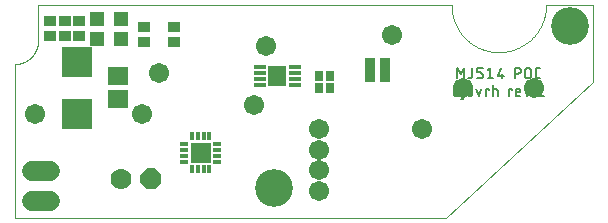
<source format=gts>
G04 EAGLE Gerber RS-274X export*
G75*
%MOMM*%
%FSLAX35Y35*%
%LPD*%
%INsolder_mask_top*%
%IPPOS*%
%AMOC8*
5,1,8,0,0,1.08239X$1,22.5*%
G01*
%ADD10C,0.127000*%
%ADD11C,0.010000*%
%ADD12C,1.727200*%
%ADD13R,1.003200X0.453200*%
%ADD14R,1.603200X1.803200*%
%ADD15R,0.803200X0.903200*%
%ADD16R,0.903200X1.103200*%
%ADD17R,1.303200X1.203200*%
%ADD18R,1.103200X0.903200*%
%ADD19R,1.703200X1.503200*%
%ADD20R,2.603200X2.603200*%
%ADD21R,0.443200X0.803200*%
%ADD22R,0.803200X0.443200*%
%ADD23R,1.803200X1.803200*%
%ADD24C,1.778000*%
%ADD25P,1.924489X8X22.500000*%
%ADD26C,3.203200*%
%ADD27C,1.703200*%


D10*
X3748344Y1181350D02*
X3748344Y1268650D01*
X3777444Y1220150D01*
X3806544Y1268650D01*
X3806544Y1181350D01*
X3871168Y1200750D02*
X3871168Y1268650D01*
X3871168Y1200750D02*
X3871162Y1200281D01*
X3871145Y1199813D01*
X3871117Y1199345D01*
X3871077Y1198878D01*
X3871027Y1198412D01*
X3870964Y1197947D01*
X3870891Y1197484D01*
X3870807Y1197023D01*
X3870711Y1196564D01*
X3870604Y1196107D01*
X3870487Y1195653D01*
X3870358Y1195203D01*
X3870218Y1194755D01*
X3870068Y1194311D01*
X3869907Y1193871D01*
X3869736Y1193434D01*
X3869554Y1193002D01*
X3869361Y1192575D01*
X3869159Y1192152D01*
X3868946Y1191734D01*
X3868723Y1191322D01*
X3868490Y1190915D01*
X3868248Y1190514D01*
X3867996Y1190119D01*
X3867734Y1189730D01*
X3867463Y1189347D01*
X3867183Y1188971D01*
X3866894Y1188602D01*
X3866596Y1188240D01*
X3866289Y1187885D01*
X3865974Y1187538D01*
X3865651Y1187199D01*
X3865319Y1186867D01*
X3864980Y1186544D01*
X3864633Y1186229D01*
X3864278Y1185922D01*
X3863916Y1185624D01*
X3863547Y1185335D01*
X3863171Y1185055D01*
X3862788Y1184784D01*
X3862399Y1184522D01*
X3862004Y1184270D01*
X3861603Y1184028D01*
X3861196Y1183795D01*
X3860784Y1183572D01*
X3860366Y1183359D01*
X3859943Y1183157D01*
X3859516Y1182964D01*
X3859084Y1182782D01*
X3858647Y1182611D01*
X3858207Y1182450D01*
X3857763Y1182300D01*
X3857315Y1182160D01*
X3856865Y1182031D01*
X3856411Y1181914D01*
X3855954Y1181807D01*
X3855495Y1181711D01*
X3855034Y1181627D01*
X3854571Y1181554D01*
X3854106Y1181491D01*
X3853640Y1181441D01*
X3853173Y1181401D01*
X3852705Y1181373D01*
X3852237Y1181356D01*
X3851768Y1181350D01*
X3842068Y1181350D01*
X3915194Y1181350D02*
X3944294Y1181350D01*
X3944763Y1181356D01*
X3945231Y1181373D01*
X3945699Y1181401D01*
X3946166Y1181441D01*
X3946632Y1181491D01*
X3947097Y1181554D01*
X3947560Y1181627D01*
X3948021Y1181711D01*
X3948480Y1181807D01*
X3948937Y1181914D01*
X3949391Y1182031D01*
X3949841Y1182160D01*
X3950289Y1182300D01*
X3950733Y1182450D01*
X3951173Y1182611D01*
X3951610Y1182782D01*
X3952042Y1182964D01*
X3952469Y1183157D01*
X3952892Y1183359D01*
X3953310Y1183572D01*
X3953722Y1183795D01*
X3954129Y1184028D01*
X3954530Y1184270D01*
X3954925Y1184522D01*
X3955314Y1184784D01*
X3955697Y1185055D01*
X3956073Y1185335D01*
X3956442Y1185624D01*
X3956804Y1185922D01*
X3957159Y1186229D01*
X3957506Y1186544D01*
X3957845Y1186867D01*
X3958177Y1187199D01*
X3958500Y1187538D01*
X3958815Y1187885D01*
X3959122Y1188240D01*
X3959420Y1188602D01*
X3959709Y1188971D01*
X3959989Y1189347D01*
X3960260Y1189730D01*
X3960522Y1190119D01*
X3960774Y1190514D01*
X3961016Y1190915D01*
X3961249Y1191322D01*
X3961472Y1191734D01*
X3961685Y1192152D01*
X3961887Y1192575D01*
X3962080Y1193002D01*
X3962262Y1193434D01*
X3962433Y1193871D01*
X3962594Y1194311D01*
X3962744Y1194755D01*
X3962884Y1195203D01*
X3963013Y1195653D01*
X3963130Y1196107D01*
X3963237Y1196564D01*
X3963333Y1197023D01*
X3963417Y1197484D01*
X3963490Y1197947D01*
X3963553Y1198412D01*
X3963603Y1198878D01*
X3963643Y1199345D01*
X3963671Y1199813D01*
X3963688Y1200281D01*
X3963694Y1200750D01*
X3963694Y1210450D01*
X3963688Y1210919D01*
X3963671Y1211387D01*
X3963643Y1211855D01*
X3963603Y1212322D01*
X3963553Y1212788D01*
X3963490Y1213253D01*
X3963417Y1213716D01*
X3963333Y1214177D01*
X3963237Y1214636D01*
X3963130Y1215093D01*
X3963013Y1215547D01*
X3962884Y1215997D01*
X3962744Y1216445D01*
X3962594Y1216889D01*
X3962433Y1217329D01*
X3962262Y1217766D01*
X3962080Y1218198D01*
X3961887Y1218625D01*
X3961685Y1219048D01*
X3961472Y1219466D01*
X3961249Y1219878D01*
X3961016Y1220285D01*
X3960774Y1220686D01*
X3960522Y1221081D01*
X3960260Y1221470D01*
X3959989Y1221853D01*
X3959709Y1222229D01*
X3959420Y1222598D01*
X3959122Y1222960D01*
X3958815Y1223315D01*
X3958500Y1223662D01*
X3958177Y1224001D01*
X3957845Y1224333D01*
X3957506Y1224656D01*
X3957159Y1224971D01*
X3956804Y1225278D01*
X3956442Y1225576D01*
X3956073Y1225865D01*
X3955697Y1226145D01*
X3955314Y1226416D01*
X3954925Y1226678D01*
X3954530Y1226930D01*
X3954129Y1227172D01*
X3953722Y1227405D01*
X3953310Y1227628D01*
X3952892Y1227841D01*
X3952469Y1228043D01*
X3952042Y1228236D01*
X3951610Y1228418D01*
X3951173Y1228589D01*
X3950733Y1228750D01*
X3950289Y1228900D01*
X3949841Y1229040D01*
X3949391Y1229169D01*
X3948937Y1229286D01*
X3948480Y1229393D01*
X3948021Y1229489D01*
X3947560Y1229573D01*
X3947097Y1229646D01*
X3946632Y1229709D01*
X3946166Y1229759D01*
X3945699Y1229799D01*
X3945231Y1229827D01*
X3944763Y1229844D01*
X3944294Y1229850D01*
X3915194Y1229850D01*
X3915194Y1268650D01*
X3963694Y1268650D01*
X4005194Y1249250D02*
X4029444Y1268650D01*
X4029444Y1181350D01*
X4005194Y1181350D02*
X4053694Y1181350D01*
X4095194Y1200750D02*
X4114594Y1268650D01*
X4095194Y1200750D02*
X4143694Y1200750D01*
X4129144Y1220150D02*
X4129144Y1181350D01*
X4237919Y1181350D02*
X4237919Y1268650D01*
X4262169Y1268650D01*
X4262760Y1268643D01*
X4263350Y1268621D01*
X4263939Y1268585D01*
X4264528Y1268535D01*
X4265115Y1268470D01*
X4265700Y1268392D01*
X4266283Y1268298D01*
X4266864Y1268191D01*
X4267442Y1268070D01*
X4268017Y1267934D01*
X4268588Y1267785D01*
X4269155Y1267622D01*
X4269719Y1267445D01*
X4270278Y1267254D01*
X4270832Y1267050D01*
X4271381Y1266832D01*
X4271924Y1266601D01*
X4272462Y1266357D01*
X4272994Y1266100D01*
X4273519Y1265830D01*
X4274037Y1265547D01*
X4274549Y1265252D01*
X4275053Y1264944D01*
X4275549Y1264624D01*
X4276038Y1264293D01*
X4276518Y1263949D01*
X4276990Y1263594D01*
X4277453Y1263227D01*
X4277907Y1262849D01*
X4278351Y1262461D01*
X4278786Y1262061D01*
X4279212Y1261651D01*
X4279627Y1261231D01*
X4280031Y1260801D01*
X4280425Y1260361D01*
X4280809Y1259912D01*
X4281181Y1259454D01*
X4281542Y1258986D01*
X4281891Y1258510D01*
X4282229Y1258026D01*
X4282555Y1257533D01*
X4282869Y1257033D01*
X4283170Y1256525D01*
X4283459Y1256010D01*
X4283736Y1255488D01*
X4283999Y1254960D01*
X4284250Y1254425D01*
X4284487Y1253884D01*
X4284712Y1253338D01*
X4284923Y1252786D01*
X4285120Y1252230D01*
X4285304Y1251669D01*
X4285474Y1251103D01*
X4285630Y1250534D01*
X4285773Y1249961D01*
X4285901Y1249384D01*
X4286016Y1248805D01*
X4286116Y1248223D01*
X4286202Y1247638D01*
X4286274Y1247052D01*
X4286331Y1246464D01*
X4286374Y1245876D01*
X4286403Y1245286D01*
X4286417Y1244695D01*
X4286417Y1244105D01*
X4286403Y1243514D01*
X4286374Y1242924D01*
X4286331Y1242336D01*
X4286274Y1241748D01*
X4286202Y1241162D01*
X4286116Y1240577D01*
X4286016Y1239995D01*
X4285901Y1239416D01*
X4285773Y1238839D01*
X4285630Y1238266D01*
X4285474Y1237697D01*
X4285304Y1237131D01*
X4285120Y1236570D01*
X4284923Y1236014D01*
X4284712Y1235462D01*
X4284487Y1234916D01*
X4284250Y1234375D01*
X4283999Y1233840D01*
X4283736Y1233312D01*
X4283459Y1232790D01*
X4283170Y1232275D01*
X4282869Y1231767D01*
X4282555Y1231267D01*
X4282229Y1230774D01*
X4281891Y1230290D01*
X4281542Y1229814D01*
X4281181Y1229346D01*
X4280809Y1228888D01*
X4280425Y1228439D01*
X4280031Y1227999D01*
X4279627Y1227569D01*
X4279212Y1227149D01*
X4278786Y1226739D01*
X4278351Y1226339D01*
X4277907Y1225951D01*
X4277453Y1225573D01*
X4276990Y1225206D01*
X4276518Y1224851D01*
X4276038Y1224507D01*
X4275549Y1224176D01*
X4275053Y1223856D01*
X4274549Y1223548D01*
X4274037Y1223253D01*
X4273519Y1222970D01*
X4272994Y1222700D01*
X4272462Y1222443D01*
X4271924Y1222199D01*
X4271381Y1221968D01*
X4270832Y1221750D01*
X4270278Y1221546D01*
X4269719Y1221355D01*
X4269155Y1221178D01*
X4268588Y1221015D01*
X4268017Y1220866D01*
X4267442Y1220730D01*
X4266864Y1220609D01*
X4266283Y1220502D01*
X4265700Y1220408D01*
X4265115Y1220330D01*
X4264528Y1220265D01*
X4263939Y1220215D01*
X4263350Y1220179D01*
X4262760Y1220157D01*
X4262169Y1220150D01*
X4237919Y1220150D01*
X4323194Y1205600D02*
X4323194Y1244400D01*
X4323201Y1244991D01*
X4323223Y1245581D01*
X4323259Y1246170D01*
X4323309Y1246759D01*
X4323374Y1247346D01*
X4323452Y1247931D01*
X4323546Y1248514D01*
X4323653Y1249095D01*
X4323774Y1249673D01*
X4323910Y1250248D01*
X4324059Y1250819D01*
X4324222Y1251386D01*
X4324399Y1251950D01*
X4324590Y1252509D01*
X4324794Y1253063D01*
X4325012Y1253612D01*
X4325243Y1254155D01*
X4325487Y1254693D01*
X4325744Y1255225D01*
X4326014Y1255750D01*
X4326297Y1256268D01*
X4326592Y1256780D01*
X4326900Y1257284D01*
X4327220Y1257780D01*
X4327551Y1258269D01*
X4327895Y1258749D01*
X4328250Y1259221D01*
X4328617Y1259684D01*
X4328995Y1260138D01*
X4329383Y1260582D01*
X4329783Y1261017D01*
X4330193Y1261443D01*
X4330613Y1261858D01*
X4331043Y1262262D01*
X4331483Y1262656D01*
X4331932Y1263040D01*
X4332390Y1263412D01*
X4332858Y1263773D01*
X4333334Y1264122D01*
X4333818Y1264460D01*
X4334311Y1264786D01*
X4334811Y1265100D01*
X4335319Y1265401D01*
X4335834Y1265690D01*
X4336356Y1265967D01*
X4336884Y1266230D01*
X4337419Y1266481D01*
X4337960Y1266718D01*
X4338506Y1266943D01*
X4339058Y1267154D01*
X4339614Y1267351D01*
X4340175Y1267535D01*
X4340741Y1267705D01*
X4341310Y1267861D01*
X4341883Y1268004D01*
X4342460Y1268132D01*
X4343039Y1268247D01*
X4343621Y1268347D01*
X4344206Y1268433D01*
X4344792Y1268505D01*
X4345380Y1268562D01*
X4345968Y1268605D01*
X4346558Y1268634D01*
X4347149Y1268648D01*
X4347739Y1268648D01*
X4348330Y1268634D01*
X4348920Y1268605D01*
X4349508Y1268562D01*
X4350096Y1268505D01*
X4350682Y1268433D01*
X4351267Y1268347D01*
X4351849Y1268247D01*
X4352428Y1268132D01*
X4353005Y1268004D01*
X4353578Y1267861D01*
X4354147Y1267705D01*
X4354713Y1267535D01*
X4355274Y1267351D01*
X4355830Y1267154D01*
X4356382Y1266943D01*
X4356928Y1266718D01*
X4357469Y1266481D01*
X4358004Y1266230D01*
X4358532Y1265967D01*
X4359054Y1265690D01*
X4359569Y1265401D01*
X4360077Y1265100D01*
X4360577Y1264786D01*
X4361070Y1264460D01*
X4361554Y1264122D01*
X4362030Y1263773D01*
X4362498Y1263412D01*
X4362956Y1263040D01*
X4363405Y1262656D01*
X4363845Y1262262D01*
X4364275Y1261858D01*
X4364695Y1261443D01*
X4365105Y1261017D01*
X4365505Y1260582D01*
X4365893Y1260138D01*
X4366271Y1259684D01*
X4366638Y1259221D01*
X4366993Y1258749D01*
X4367337Y1258269D01*
X4367668Y1257780D01*
X4367988Y1257284D01*
X4368296Y1256780D01*
X4368591Y1256268D01*
X4368874Y1255750D01*
X4369144Y1255225D01*
X4369401Y1254693D01*
X4369645Y1254155D01*
X4369876Y1253612D01*
X4370094Y1253063D01*
X4370298Y1252509D01*
X4370489Y1251950D01*
X4370666Y1251386D01*
X4370829Y1250819D01*
X4370978Y1250248D01*
X4371114Y1249673D01*
X4371235Y1249095D01*
X4371342Y1248514D01*
X4371436Y1247931D01*
X4371514Y1247346D01*
X4371579Y1246759D01*
X4371629Y1246170D01*
X4371665Y1245581D01*
X4371687Y1244991D01*
X4371694Y1244400D01*
X4371694Y1205600D01*
X4371687Y1205009D01*
X4371665Y1204419D01*
X4371629Y1203830D01*
X4371579Y1203241D01*
X4371514Y1202654D01*
X4371436Y1202069D01*
X4371342Y1201486D01*
X4371235Y1200905D01*
X4371114Y1200327D01*
X4370978Y1199752D01*
X4370829Y1199181D01*
X4370666Y1198614D01*
X4370489Y1198050D01*
X4370298Y1197491D01*
X4370094Y1196937D01*
X4369876Y1196388D01*
X4369645Y1195845D01*
X4369401Y1195307D01*
X4369144Y1194775D01*
X4368874Y1194250D01*
X4368591Y1193732D01*
X4368296Y1193220D01*
X4367988Y1192716D01*
X4367668Y1192220D01*
X4367337Y1191731D01*
X4366993Y1191251D01*
X4366638Y1190779D01*
X4366271Y1190316D01*
X4365893Y1189862D01*
X4365505Y1189418D01*
X4365105Y1188983D01*
X4364695Y1188557D01*
X4364275Y1188142D01*
X4363845Y1187738D01*
X4363405Y1187344D01*
X4362956Y1186960D01*
X4362498Y1186588D01*
X4362030Y1186227D01*
X4361554Y1185878D01*
X4361070Y1185540D01*
X4360577Y1185214D01*
X4360077Y1184900D01*
X4359569Y1184599D01*
X4359054Y1184310D01*
X4358532Y1184033D01*
X4358004Y1183770D01*
X4357469Y1183519D01*
X4356928Y1183282D01*
X4356382Y1183057D01*
X4355830Y1182846D01*
X4355274Y1182649D01*
X4354713Y1182465D01*
X4354147Y1182295D01*
X4353578Y1182139D01*
X4353005Y1181996D01*
X4352428Y1181868D01*
X4351849Y1181753D01*
X4351267Y1181653D01*
X4350682Y1181567D01*
X4350096Y1181495D01*
X4349508Y1181438D01*
X4348920Y1181395D01*
X4348330Y1181366D01*
X4347739Y1181352D01*
X4347149Y1181352D01*
X4346558Y1181366D01*
X4345968Y1181395D01*
X4345380Y1181438D01*
X4344792Y1181495D01*
X4344206Y1181567D01*
X4343621Y1181653D01*
X4343039Y1181753D01*
X4342460Y1181868D01*
X4341883Y1181996D01*
X4341310Y1182139D01*
X4340741Y1182295D01*
X4340175Y1182465D01*
X4339614Y1182649D01*
X4339058Y1182846D01*
X4338506Y1183057D01*
X4337960Y1183282D01*
X4337419Y1183519D01*
X4336884Y1183770D01*
X4336356Y1184033D01*
X4335834Y1184310D01*
X4335319Y1184599D01*
X4334811Y1184900D01*
X4334311Y1185214D01*
X4333818Y1185540D01*
X4333334Y1185878D01*
X4332858Y1186227D01*
X4332390Y1186588D01*
X4331932Y1186960D01*
X4331483Y1187344D01*
X4331043Y1187738D01*
X4330613Y1188142D01*
X4330193Y1188557D01*
X4329783Y1188983D01*
X4329383Y1189418D01*
X4328995Y1189862D01*
X4328617Y1190316D01*
X4328250Y1190779D01*
X4327895Y1191251D01*
X4327551Y1191731D01*
X4327220Y1192220D01*
X4326900Y1192716D01*
X4326592Y1193220D01*
X4326297Y1193732D01*
X4326014Y1194250D01*
X4325744Y1194775D01*
X4325487Y1195307D01*
X4325243Y1195845D01*
X4325012Y1196388D01*
X4324794Y1196937D01*
X4324590Y1197491D01*
X4324399Y1198050D01*
X4324222Y1198614D01*
X4324059Y1199181D01*
X4323910Y1199752D01*
X4323774Y1200327D01*
X4323653Y1200905D01*
X4323546Y1201486D01*
X4323452Y1202069D01*
X4323374Y1202654D01*
X4323309Y1203241D01*
X4323259Y1203830D01*
X4323223Y1204419D01*
X4323201Y1205009D01*
X4323194Y1205600D01*
X4432256Y1181350D02*
X4451656Y1181350D01*
X4432256Y1181350D02*
X4431787Y1181356D01*
X4431319Y1181373D01*
X4430851Y1181401D01*
X4430384Y1181441D01*
X4429918Y1181491D01*
X4429453Y1181554D01*
X4428990Y1181627D01*
X4428529Y1181711D01*
X4428070Y1181807D01*
X4427613Y1181914D01*
X4427159Y1182031D01*
X4426709Y1182160D01*
X4426261Y1182300D01*
X4425817Y1182450D01*
X4425377Y1182611D01*
X4424940Y1182782D01*
X4424508Y1182964D01*
X4424081Y1183157D01*
X4423658Y1183359D01*
X4423240Y1183572D01*
X4422828Y1183795D01*
X4422421Y1184028D01*
X4422020Y1184270D01*
X4421625Y1184522D01*
X4421236Y1184784D01*
X4420853Y1185055D01*
X4420477Y1185335D01*
X4420108Y1185624D01*
X4419746Y1185922D01*
X4419391Y1186229D01*
X4419044Y1186544D01*
X4418705Y1186867D01*
X4418373Y1187199D01*
X4418050Y1187538D01*
X4417735Y1187885D01*
X4417428Y1188240D01*
X4417130Y1188602D01*
X4416841Y1188971D01*
X4416561Y1189347D01*
X4416290Y1189730D01*
X4416028Y1190119D01*
X4415776Y1190514D01*
X4415534Y1190915D01*
X4415301Y1191322D01*
X4415078Y1191734D01*
X4414865Y1192152D01*
X4414663Y1192575D01*
X4414470Y1193002D01*
X4414288Y1193434D01*
X4414117Y1193871D01*
X4413956Y1194311D01*
X4413806Y1194755D01*
X4413666Y1195203D01*
X4413537Y1195653D01*
X4413420Y1196107D01*
X4413313Y1196564D01*
X4413217Y1197023D01*
X4413133Y1197484D01*
X4413060Y1197947D01*
X4412997Y1198412D01*
X4412947Y1198878D01*
X4412907Y1199345D01*
X4412879Y1199813D01*
X4412862Y1200281D01*
X4412856Y1200750D01*
X4412856Y1249250D01*
X4412862Y1249719D01*
X4412879Y1250187D01*
X4412907Y1250655D01*
X4412947Y1251122D01*
X4412997Y1251588D01*
X4413060Y1252053D01*
X4413133Y1252516D01*
X4413217Y1252977D01*
X4413313Y1253436D01*
X4413420Y1253893D01*
X4413537Y1254347D01*
X4413666Y1254797D01*
X4413806Y1255245D01*
X4413956Y1255689D01*
X4414117Y1256129D01*
X4414288Y1256566D01*
X4414470Y1256998D01*
X4414663Y1257425D01*
X4414865Y1257848D01*
X4415078Y1258266D01*
X4415301Y1258678D01*
X4415534Y1259085D01*
X4415776Y1259486D01*
X4416028Y1259881D01*
X4416290Y1260270D01*
X4416561Y1260653D01*
X4416841Y1261029D01*
X4417130Y1261398D01*
X4417428Y1261760D01*
X4417735Y1262115D01*
X4418050Y1262462D01*
X4418373Y1262801D01*
X4418705Y1263133D01*
X4419044Y1263456D01*
X4419391Y1263771D01*
X4419746Y1264078D01*
X4420108Y1264376D01*
X4420477Y1264665D01*
X4420853Y1264945D01*
X4421236Y1265216D01*
X4421625Y1265478D01*
X4422020Y1265730D01*
X4422421Y1265972D01*
X4422828Y1266205D01*
X4423240Y1266428D01*
X4423658Y1266641D01*
X4424081Y1266843D01*
X4424508Y1267036D01*
X4424940Y1267218D01*
X4425377Y1267389D01*
X4425817Y1267550D01*
X4426261Y1267700D01*
X4426709Y1267840D01*
X4427159Y1267969D01*
X4427613Y1268086D01*
X4428070Y1268193D01*
X4428529Y1268289D01*
X4428990Y1268373D01*
X4429453Y1268446D01*
X4429918Y1268509D01*
X4430384Y1268559D01*
X4430851Y1268599D01*
X4431319Y1268627D01*
X4431787Y1268644D01*
X4432256Y1268650D01*
X4451656Y1268650D01*
X3759975Y1031350D02*
X3735725Y1031350D01*
X3735373Y1031354D01*
X3735022Y1031367D01*
X3734671Y1031388D01*
X3734321Y1031418D01*
X3733971Y1031456D01*
X3733623Y1031503D01*
X3733275Y1031558D01*
X3732930Y1031621D01*
X3732585Y1031693D01*
X3732243Y1031773D01*
X3731903Y1031861D01*
X3731564Y1031958D01*
X3731229Y1032062D01*
X3730896Y1032175D01*
X3730565Y1032296D01*
X3730238Y1032424D01*
X3729914Y1032561D01*
X3729594Y1032705D01*
X3729277Y1032857D01*
X3728963Y1033017D01*
X3728654Y1033184D01*
X3728349Y1033358D01*
X3728048Y1033540D01*
X3727751Y1033729D01*
X3727460Y1033926D01*
X3727173Y1034129D01*
X3726891Y1034339D01*
X3726614Y1034556D01*
X3726343Y1034779D01*
X3726077Y1035009D01*
X3725816Y1035245D01*
X3725562Y1035488D01*
X3725313Y1035737D01*
X3725070Y1035991D01*
X3724834Y1036252D01*
X3724604Y1036518D01*
X3724381Y1036789D01*
X3724164Y1037066D01*
X3723954Y1037348D01*
X3723751Y1037635D01*
X3723554Y1037926D01*
X3723365Y1038223D01*
X3723183Y1038524D01*
X3723009Y1038829D01*
X3722842Y1039138D01*
X3722682Y1039452D01*
X3722530Y1039769D01*
X3722386Y1040089D01*
X3722249Y1040413D01*
X3722121Y1040740D01*
X3722000Y1041071D01*
X3721887Y1041404D01*
X3721783Y1041739D01*
X3721686Y1042078D01*
X3721598Y1042418D01*
X3721518Y1042760D01*
X3721446Y1043105D01*
X3721383Y1043450D01*
X3721328Y1043798D01*
X3721281Y1044146D01*
X3721243Y1044496D01*
X3721213Y1044846D01*
X3721192Y1045197D01*
X3721179Y1045548D01*
X3721175Y1045900D01*
X3721175Y1070150D01*
X3721181Y1070622D01*
X3721198Y1071095D01*
X3721227Y1071566D01*
X3721267Y1072037D01*
X3721319Y1072506D01*
X3721382Y1072975D01*
X3721456Y1073441D01*
X3721542Y1073906D01*
X3721639Y1074368D01*
X3721747Y1074828D01*
X3721867Y1075285D01*
X3721998Y1075739D01*
X3722139Y1076190D01*
X3722292Y1076637D01*
X3722455Y1077080D01*
X3722629Y1077519D01*
X3722814Y1077954D01*
X3723009Y1078384D01*
X3723215Y1078810D01*
X3723431Y1079230D01*
X3723657Y1079645D01*
X3723893Y1080054D01*
X3724140Y1080457D01*
X3724395Y1080854D01*
X3724661Y1081245D01*
X3724936Y1081629D01*
X3725220Y1082007D01*
X3725513Y1082377D01*
X3725815Y1082740D01*
X3726126Y1083096D01*
X3726446Y1083444D01*
X3726774Y1083784D01*
X3727110Y1084116D01*
X3727454Y1084440D01*
X3727806Y1084755D01*
X3728165Y1085062D01*
X3728532Y1085360D01*
X3728906Y1085648D01*
X3729287Y1085928D01*
X3729674Y1086198D01*
X3730069Y1086459D01*
X3730469Y1086710D01*
X3730875Y1086951D01*
X3731287Y1087182D01*
X3731704Y1087403D01*
X3732127Y1087614D01*
X3732555Y1087815D01*
X3732988Y1088005D01*
X3733425Y1088184D01*
X3733866Y1088353D01*
X3734311Y1088511D01*
X3734760Y1088658D01*
X3735212Y1088794D01*
X3735668Y1088919D01*
X3736127Y1089033D01*
X3736588Y1089136D01*
X3737051Y1089227D01*
X3737517Y1089307D01*
X3737984Y1089376D01*
X3738453Y1089434D01*
X3738923Y1089480D01*
X3739395Y1089514D01*
X3739866Y1089537D01*
X3740339Y1089549D01*
X3740811Y1089549D01*
X3741284Y1089537D01*
X3741755Y1089514D01*
X3742227Y1089480D01*
X3742697Y1089434D01*
X3743166Y1089376D01*
X3743633Y1089307D01*
X3744099Y1089227D01*
X3744562Y1089136D01*
X3745023Y1089033D01*
X3745482Y1088919D01*
X3745938Y1088794D01*
X3746390Y1088658D01*
X3746839Y1088511D01*
X3747284Y1088353D01*
X3747725Y1088184D01*
X3748162Y1088005D01*
X3748595Y1087815D01*
X3749023Y1087614D01*
X3749446Y1087403D01*
X3749863Y1087182D01*
X3750275Y1086951D01*
X3750681Y1086710D01*
X3751081Y1086459D01*
X3751476Y1086198D01*
X3751863Y1085928D01*
X3752244Y1085648D01*
X3752618Y1085360D01*
X3752985Y1085062D01*
X3753344Y1084755D01*
X3753696Y1084440D01*
X3754040Y1084116D01*
X3754376Y1083784D01*
X3754704Y1083444D01*
X3755024Y1083096D01*
X3755335Y1082740D01*
X3755637Y1082377D01*
X3755930Y1082007D01*
X3756214Y1081629D01*
X3756489Y1081245D01*
X3756755Y1080854D01*
X3757010Y1080457D01*
X3757257Y1080054D01*
X3757493Y1079645D01*
X3757719Y1079230D01*
X3757935Y1078810D01*
X3758141Y1078384D01*
X3758336Y1077954D01*
X3758521Y1077519D01*
X3758695Y1077080D01*
X3758858Y1076637D01*
X3759011Y1076190D01*
X3759152Y1075739D01*
X3759283Y1075285D01*
X3759403Y1074828D01*
X3759511Y1074368D01*
X3759608Y1073906D01*
X3759694Y1073441D01*
X3759768Y1072975D01*
X3759831Y1072506D01*
X3759883Y1072037D01*
X3759923Y1071566D01*
X3759952Y1071095D01*
X3759969Y1070622D01*
X3759975Y1070150D01*
X3759975Y1060450D01*
X3721175Y1060450D01*
X3795563Y1089550D02*
X3795563Y1016800D01*
X3795559Y1016448D01*
X3795546Y1016097D01*
X3795525Y1015746D01*
X3795495Y1015396D01*
X3795457Y1015046D01*
X3795410Y1014698D01*
X3795355Y1014350D01*
X3795292Y1014005D01*
X3795220Y1013660D01*
X3795140Y1013318D01*
X3795052Y1012978D01*
X3794955Y1012639D01*
X3794851Y1012304D01*
X3794738Y1011971D01*
X3794617Y1011640D01*
X3794489Y1011313D01*
X3794352Y1010989D01*
X3794208Y1010669D01*
X3794056Y1010352D01*
X3793896Y1010038D01*
X3793729Y1009729D01*
X3793555Y1009424D01*
X3793373Y1009123D01*
X3793184Y1008826D01*
X3792987Y1008535D01*
X3792784Y1008248D01*
X3792574Y1007966D01*
X3792357Y1007689D01*
X3792134Y1007418D01*
X3791904Y1007152D01*
X3791668Y1006891D01*
X3791425Y1006637D01*
X3791176Y1006388D01*
X3790922Y1006145D01*
X3790661Y1005909D01*
X3790395Y1005679D01*
X3790124Y1005456D01*
X3789847Y1005239D01*
X3789565Y1005029D01*
X3789278Y1004826D01*
X3788987Y1004629D01*
X3788690Y1004440D01*
X3788389Y1004258D01*
X3788084Y1004084D01*
X3787775Y1003917D01*
X3787461Y1003757D01*
X3787144Y1003605D01*
X3786824Y1003461D01*
X3786500Y1003324D01*
X3786173Y1003196D01*
X3785842Y1003075D01*
X3785509Y1002962D01*
X3785174Y1002858D01*
X3784835Y1002761D01*
X3784495Y1002673D01*
X3784153Y1002593D01*
X3783808Y1002521D01*
X3783463Y1002458D01*
X3783115Y1002403D01*
X3782767Y1002356D01*
X3782417Y1002318D01*
X3782067Y1002288D01*
X3781716Y1002267D01*
X3781365Y1002254D01*
X3781013Y1002250D01*
X3776163Y1002250D01*
X3793138Y1113800D02*
X3793138Y1118650D01*
X3797988Y1118650D01*
X3797988Y1113800D01*
X3793138Y1113800D01*
X3835175Y1070150D02*
X3835175Y1050750D01*
X3835175Y1070150D02*
X3835181Y1070622D01*
X3835198Y1071095D01*
X3835227Y1071566D01*
X3835267Y1072037D01*
X3835319Y1072506D01*
X3835382Y1072975D01*
X3835456Y1073441D01*
X3835542Y1073906D01*
X3835639Y1074368D01*
X3835747Y1074828D01*
X3835867Y1075285D01*
X3835998Y1075739D01*
X3836139Y1076190D01*
X3836292Y1076637D01*
X3836455Y1077080D01*
X3836629Y1077519D01*
X3836814Y1077954D01*
X3837009Y1078384D01*
X3837215Y1078810D01*
X3837431Y1079230D01*
X3837657Y1079645D01*
X3837893Y1080054D01*
X3838140Y1080457D01*
X3838395Y1080854D01*
X3838661Y1081245D01*
X3838936Y1081629D01*
X3839220Y1082007D01*
X3839513Y1082377D01*
X3839815Y1082740D01*
X3840126Y1083096D01*
X3840446Y1083444D01*
X3840774Y1083784D01*
X3841110Y1084116D01*
X3841454Y1084440D01*
X3841806Y1084755D01*
X3842165Y1085062D01*
X3842532Y1085360D01*
X3842906Y1085648D01*
X3843287Y1085928D01*
X3843674Y1086198D01*
X3844069Y1086459D01*
X3844469Y1086710D01*
X3844875Y1086951D01*
X3845287Y1087182D01*
X3845704Y1087403D01*
X3846127Y1087614D01*
X3846555Y1087815D01*
X3846988Y1088005D01*
X3847425Y1088184D01*
X3847866Y1088353D01*
X3848311Y1088511D01*
X3848760Y1088658D01*
X3849212Y1088794D01*
X3849668Y1088919D01*
X3850127Y1089033D01*
X3850588Y1089136D01*
X3851051Y1089227D01*
X3851517Y1089307D01*
X3851984Y1089376D01*
X3852453Y1089434D01*
X3852923Y1089480D01*
X3853395Y1089514D01*
X3853866Y1089537D01*
X3854339Y1089549D01*
X3854811Y1089549D01*
X3855284Y1089537D01*
X3855755Y1089514D01*
X3856227Y1089480D01*
X3856697Y1089434D01*
X3857166Y1089376D01*
X3857633Y1089307D01*
X3858099Y1089227D01*
X3858562Y1089136D01*
X3859023Y1089033D01*
X3859482Y1088919D01*
X3859938Y1088794D01*
X3860390Y1088658D01*
X3860839Y1088511D01*
X3861284Y1088353D01*
X3861725Y1088184D01*
X3862162Y1088005D01*
X3862595Y1087815D01*
X3863023Y1087614D01*
X3863446Y1087403D01*
X3863863Y1087182D01*
X3864275Y1086951D01*
X3864681Y1086710D01*
X3865081Y1086459D01*
X3865476Y1086198D01*
X3865863Y1085928D01*
X3866244Y1085648D01*
X3866618Y1085360D01*
X3866985Y1085062D01*
X3867344Y1084755D01*
X3867696Y1084440D01*
X3868040Y1084116D01*
X3868376Y1083784D01*
X3868704Y1083444D01*
X3869024Y1083096D01*
X3869335Y1082740D01*
X3869637Y1082377D01*
X3869930Y1082007D01*
X3870214Y1081629D01*
X3870489Y1081245D01*
X3870755Y1080854D01*
X3871010Y1080457D01*
X3871257Y1080054D01*
X3871493Y1079645D01*
X3871719Y1079230D01*
X3871935Y1078810D01*
X3872141Y1078384D01*
X3872336Y1077954D01*
X3872521Y1077519D01*
X3872695Y1077080D01*
X3872858Y1076637D01*
X3873011Y1076190D01*
X3873152Y1075739D01*
X3873283Y1075285D01*
X3873403Y1074828D01*
X3873511Y1074368D01*
X3873608Y1073906D01*
X3873694Y1073441D01*
X3873768Y1072975D01*
X3873831Y1072506D01*
X3873883Y1072037D01*
X3873923Y1071566D01*
X3873952Y1071095D01*
X3873969Y1070622D01*
X3873975Y1070150D01*
X3873975Y1050750D01*
X3873969Y1050278D01*
X3873952Y1049805D01*
X3873923Y1049334D01*
X3873883Y1048863D01*
X3873831Y1048394D01*
X3873768Y1047925D01*
X3873694Y1047459D01*
X3873608Y1046994D01*
X3873511Y1046532D01*
X3873403Y1046072D01*
X3873283Y1045615D01*
X3873152Y1045161D01*
X3873011Y1044710D01*
X3872858Y1044263D01*
X3872695Y1043820D01*
X3872521Y1043381D01*
X3872336Y1042946D01*
X3872141Y1042516D01*
X3871935Y1042090D01*
X3871719Y1041670D01*
X3871493Y1041255D01*
X3871257Y1040846D01*
X3871010Y1040443D01*
X3870755Y1040046D01*
X3870489Y1039655D01*
X3870214Y1039271D01*
X3869930Y1038893D01*
X3869637Y1038523D01*
X3869335Y1038160D01*
X3869024Y1037804D01*
X3868704Y1037456D01*
X3868376Y1037116D01*
X3868040Y1036784D01*
X3867696Y1036460D01*
X3867344Y1036145D01*
X3866985Y1035838D01*
X3866618Y1035540D01*
X3866244Y1035252D01*
X3865863Y1034972D01*
X3865476Y1034702D01*
X3865081Y1034441D01*
X3864681Y1034190D01*
X3864275Y1033949D01*
X3863863Y1033718D01*
X3863446Y1033497D01*
X3863023Y1033286D01*
X3862595Y1033085D01*
X3862162Y1032895D01*
X3861725Y1032716D01*
X3861284Y1032547D01*
X3860839Y1032389D01*
X3860390Y1032242D01*
X3859938Y1032106D01*
X3859482Y1031981D01*
X3859023Y1031867D01*
X3858562Y1031764D01*
X3858099Y1031673D01*
X3857633Y1031593D01*
X3857166Y1031524D01*
X3856697Y1031466D01*
X3856227Y1031420D01*
X3855755Y1031386D01*
X3855284Y1031363D01*
X3854811Y1031351D01*
X3854339Y1031351D01*
X3853866Y1031363D01*
X3853395Y1031386D01*
X3852923Y1031420D01*
X3852453Y1031466D01*
X3851984Y1031524D01*
X3851517Y1031593D01*
X3851051Y1031673D01*
X3850588Y1031764D01*
X3850127Y1031867D01*
X3849668Y1031981D01*
X3849212Y1032106D01*
X3848760Y1032242D01*
X3848311Y1032389D01*
X3847866Y1032547D01*
X3847425Y1032716D01*
X3846988Y1032895D01*
X3846555Y1033085D01*
X3846127Y1033286D01*
X3845704Y1033497D01*
X3845287Y1033718D01*
X3844875Y1033949D01*
X3844469Y1034190D01*
X3844069Y1034441D01*
X3843674Y1034702D01*
X3843287Y1034972D01*
X3842906Y1035252D01*
X3842532Y1035540D01*
X3842165Y1035838D01*
X3841806Y1036145D01*
X3841454Y1036460D01*
X3841110Y1036784D01*
X3840774Y1037116D01*
X3840446Y1037456D01*
X3840126Y1037804D01*
X3839815Y1038160D01*
X3839513Y1038523D01*
X3839220Y1038893D01*
X3838936Y1039271D01*
X3838661Y1039655D01*
X3838395Y1040046D01*
X3838140Y1040443D01*
X3837893Y1040846D01*
X3837657Y1041255D01*
X3837431Y1041670D01*
X3837215Y1042090D01*
X3837009Y1042516D01*
X3836814Y1042946D01*
X3836629Y1043381D01*
X3836455Y1043820D01*
X3836292Y1044263D01*
X3836139Y1044710D01*
X3835998Y1045161D01*
X3835867Y1045615D01*
X3835747Y1046072D01*
X3835639Y1046532D01*
X3835542Y1046994D01*
X3835456Y1047459D01*
X3835382Y1047925D01*
X3835319Y1048394D01*
X3835267Y1048863D01*
X3835227Y1049334D01*
X3835198Y1049805D01*
X3835181Y1050278D01*
X3835175Y1050750D01*
X3910175Y1089550D02*
X3929575Y1031350D01*
X3948975Y1089550D01*
X3988852Y1089550D02*
X3988852Y1031350D01*
X3988852Y1089550D02*
X4017952Y1089550D01*
X4017952Y1079850D01*
X4051175Y1118650D02*
X4051175Y1031350D01*
X4051175Y1089550D02*
X4075425Y1089550D01*
X4075777Y1089546D01*
X4076128Y1089533D01*
X4076479Y1089512D01*
X4076829Y1089482D01*
X4077179Y1089444D01*
X4077527Y1089397D01*
X4077875Y1089342D01*
X4078220Y1089279D01*
X4078565Y1089207D01*
X4078907Y1089127D01*
X4079247Y1089039D01*
X4079586Y1088942D01*
X4079921Y1088838D01*
X4080254Y1088725D01*
X4080585Y1088604D01*
X4080912Y1088476D01*
X4081236Y1088339D01*
X4081556Y1088195D01*
X4081873Y1088043D01*
X4082187Y1087883D01*
X4082496Y1087716D01*
X4082801Y1087542D01*
X4083102Y1087360D01*
X4083399Y1087171D01*
X4083690Y1086974D01*
X4083977Y1086771D01*
X4084259Y1086561D01*
X4084536Y1086344D01*
X4084807Y1086121D01*
X4085073Y1085891D01*
X4085334Y1085655D01*
X4085588Y1085412D01*
X4085837Y1085163D01*
X4086080Y1084909D01*
X4086316Y1084648D01*
X4086546Y1084382D01*
X4086769Y1084111D01*
X4086986Y1083834D01*
X4087196Y1083552D01*
X4087399Y1083265D01*
X4087596Y1082974D01*
X4087785Y1082677D01*
X4087967Y1082376D01*
X4088141Y1082071D01*
X4088308Y1081762D01*
X4088468Y1081448D01*
X4088620Y1081131D01*
X4088764Y1080811D01*
X4088901Y1080487D01*
X4089029Y1080160D01*
X4089150Y1079829D01*
X4089263Y1079496D01*
X4089367Y1079161D01*
X4089464Y1078822D01*
X4089552Y1078482D01*
X4089632Y1078140D01*
X4089704Y1077795D01*
X4089767Y1077450D01*
X4089822Y1077102D01*
X4089869Y1076754D01*
X4089907Y1076404D01*
X4089937Y1076054D01*
X4089958Y1075703D01*
X4089971Y1075352D01*
X4089975Y1075000D01*
X4089975Y1031350D01*
X4183851Y1031350D02*
X4183851Y1089550D01*
X4212951Y1089550D01*
X4212951Y1079850D01*
X4257725Y1031350D02*
X4281975Y1031350D01*
X4257725Y1031350D02*
X4257373Y1031354D01*
X4257022Y1031367D01*
X4256671Y1031388D01*
X4256321Y1031418D01*
X4255971Y1031456D01*
X4255623Y1031503D01*
X4255275Y1031558D01*
X4254930Y1031621D01*
X4254585Y1031693D01*
X4254243Y1031773D01*
X4253903Y1031861D01*
X4253564Y1031958D01*
X4253229Y1032062D01*
X4252896Y1032175D01*
X4252565Y1032296D01*
X4252238Y1032424D01*
X4251914Y1032561D01*
X4251594Y1032705D01*
X4251277Y1032857D01*
X4250963Y1033017D01*
X4250654Y1033184D01*
X4250349Y1033358D01*
X4250048Y1033540D01*
X4249751Y1033729D01*
X4249460Y1033926D01*
X4249173Y1034129D01*
X4248891Y1034339D01*
X4248614Y1034556D01*
X4248343Y1034779D01*
X4248077Y1035009D01*
X4247816Y1035245D01*
X4247562Y1035488D01*
X4247313Y1035737D01*
X4247070Y1035991D01*
X4246834Y1036252D01*
X4246604Y1036518D01*
X4246381Y1036789D01*
X4246164Y1037066D01*
X4245954Y1037348D01*
X4245751Y1037635D01*
X4245554Y1037926D01*
X4245365Y1038223D01*
X4245183Y1038524D01*
X4245009Y1038829D01*
X4244842Y1039138D01*
X4244682Y1039452D01*
X4244530Y1039769D01*
X4244386Y1040089D01*
X4244249Y1040413D01*
X4244121Y1040740D01*
X4244000Y1041071D01*
X4243887Y1041404D01*
X4243783Y1041739D01*
X4243686Y1042078D01*
X4243598Y1042418D01*
X4243518Y1042760D01*
X4243446Y1043105D01*
X4243383Y1043450D01*
X4243328Y1043798D01*
X4243281Y1044146D01*
X4243243Y1044496D01*
X4243213Y1044846D01*
X4243192Y1045197D01*
X4243179Y1045548D01*
X4243175Y1045900D01*
X4243175Y1070150D01*
X4243181Y1070622D01*
X4243198Y1071095D01*
X4243227Y1071566D01*
X4243267Y1072037D01*
X4243319Y1072506D01*
X4243382Y1072975D01*
X4243456Y1073441D01*
X4243542Y1073906D01*
X4243639Y1074368D01*
X4243747Y1074828D01*
X4243867Y1075285D01*
X4243998Y1075739D01*
X4244139Y1076190D01*
X4244292Y1076637D01*
X4244455Y1077080D01*
X4244629Y1077519D01*
X4244814Y1077954D01*
X4245009Y1078384D01*
X4245215Y1078810D01*
X4245431Y1079230D01*
X4245657Y1079645D01*
X4245893Y1080054D01*
X4246140Y1080457D01*
X4246395Y1080854D01*
X4246661Y1081245D01*
X4246936Y1081629D01*
X4247220Y1082007D01*
X4247513Y1082377D01*
X4247815Y1082740D01*
X4248126Y1083096D01*
X4248446Y1083444D01*
X4248774Y1083784D01*
X4249110Y1084116D01*
X4249454Y1084440D01*
X4249806Y1084755D01*
X4250165Y1085062D01*
X4250532Y1085360D01*
X4250906Y1085648D01*
X4251287Y1085928D01*
X4251674Y1086198D01*
X4252069Y1086459D01*
X4252469Y1086710D01*
X4252875Y1086951D01*
X4253287Y1087182D01*
X4253704Y1087403D01*
X4254127Y1087614D01*
X4254555Y1087815D01*
X4254988Y1088005D01*
X4255425Y1088184D01*
X4255866Y1088353D01*
X4256311Y1088511D01*
X4256760Y1088658D01*
X4257212Y1088794D01*
X4257668Y1088919D01*
X4258127Y1089033D01*
X4258588Y1089136D01*
X4259051Y1089227D01*
X4259517Y1089307D01*
X4259984Y1089376D01*
X4260453Y1089434D01*
X4260923Y1089480D01*
X4261395Y1089514D01*
X4261866Y1089537D01*
X4262339Y1089549D01*
X4262811Y1089549D01*
X4263284Y1089537D01*
X4263755Y1089514D01*
X4264227Y1089480D01*
X4264697Y1089434D01*
X4265166Y1089376D01*
X4265633Y1089307D01*
X4266099Y1089227D01*
X4266562Y1089136D01*
X4267023Y1089033D01*
X4267482Y1088919D01*
X4267938Y1088794D01*
X4268390Y1088658D01*
X4268839Y1088511D01*
X4269284Y1088353D01*
X4269725Y1088184D01*
X4270162Y1088005D01*
X4270595Y1087815D01*
X4271023Y1087614D01*
X4271446Y1087403D01*
X4271863Y1087182D01*
X4272275Y1086951D01*
X4272681Y1086710D01*
X4273081Y1086459D01*
X4273476Y1086198D01*
X4273863Y1085928D01*
X4274244Y1085648D01*
X4274618Y1085360D01*
X4274985Y1085062D01*
X4275344Y1084755D01*
X4275696Y1084440D01*
X4276040Y1084116D01*
X4276376Y1083784D01*
X4276704Y1083444D01*
X4277024Y1083096D01*
X4277335Y1082740D01*
X4277637Y1082377D01*
X4277930Y1082007D01*
X4278214Y1081629D01*
X4278489Y1081245D01*
X4278755Y1080854D01*
X4279010Y1080457D01*
X4279257Y1080054D01*
X4279493Y1079645D01*
X4279719Y1079230D01*
X4279935Y1078810D01*
X4280141Y1078384D01*
X4280336Y1077954D01*
X4280521Y1077519D01*
X4280695Y1077080D01*
X4280858Y1076637D01*
X4281011Y1076190D01*
X4281152Y1075739D01*
X4281283Y1075285D01*
X4281403Y1074828D01*
X4281511Y1074368D01*
X4281608Y1073906D01*
X4281694Y1073441D01*
X4281768Y1072975D01*
X4281831Y1072506D01*
X4281883Y1072037D01*
X4281923Y1071566D01*
X4281952Y1071095D01*
X4281969Y1070622D01*
X4281975Y1070150D01*
X4281975Y1060450D01*
X4243175Y1060450D01*
X4318175Y1089550D02*
X4337575Y1031350D01*
X4356975Y1089550D01*
X4389150Y1036200D02*
X4389150Y1031350D01*
X4389150Y1036200D02*
X4394000Y1036200D01*
X4394000Y1031350D01*
X4389150Y1031350D01*
X4430325Y1099250D02*
X4454575Y1118650D01*
X4454575Y1031350D01*
X4430325Y1031350D02*
X4478825Y1031350D01*
D11*
X3650000Y0D02*
X0Y0D01*
X4900000Y1150000D02*
X4900000Y1800000D01*
X4500000Y1800000D01*
X3700000Y1800000D02*
X200000Y1800000D01*
X0Y1300000D02*
X0Y0D01*
X3650000Y0D02*
X4900000Y1150000D01*
X4500000Y1800000D02*
X4499881Y1790260D01*
X4499526Y1780525D01*
X4498933Y1770802D01*
X4498104Y1761096D01*
X4497038Y1751413D01*
X4495737Y1741760D01*
X4494202Y1732140D01*
X4492432Y1722561D01*
X4490430Y1713028D01*
X4488197Y1703546D01*
X4485733Y1694122D01*
X4483040Y1684760D01*
X4480120Y1675467D01*
X4476975Y1666248D01*
X4473606Y1657108D01*
X4470016Y1648052D01*
X4466206Y1639087D01*
X4462179Y1630217D01*
X4457938Y1621448D01*
X4453483Y1612785D01*
X4448820Y1604233D01*
X4443949Y1595797D01*
X4438875Y1587482D01*
X4433599Y1579293D01*
X4428126Y1571235D01*
X4422458Y1563313D01*
X4416599Y1555531D01*
X4410552Y1547894D01*
X4404320Y1540406D01*
X4397909Y1533072D01*
X4391321Y1525897D01*
X4384560Y1518885D01*
X4377630Y1512039D01*
X4370535Y1505363D01*
X4363280Y1498863D01*
X4355869Y1492541D01*
X4348306Y1486402D01*
X4340596Y1480448D01*
X4332744Y1474684D01*
X4324753Y1469113D01*
X4316629Y1463738D01*
X4308376Y1458563D01*
X4300000Y1453590D01*
X4291505Y1448822D01*
X4282897Y1444263D01*
X4274180Y1439915D01*
X4265360Y1435780D01*
X4256442Y1431862D01*
X4247431Y1428161D01*
X4238333Y1424681D01*
X4229152Y1421424D01*
X4219895Y1418391D01*
X4210567Y1415585D01*
X4201173Y1413007D01*
X4191720Y1410658D01*
X4182212Y1408540D01*
X4172655Y1406654D01*
X4163055Y1405001D01*
X4153417Y1403583D01*
X4143748Y1402400D01*
X4134054Y1401452D01*
X4124338Y1400741D01*
X4114609Y1400267D01*
X4104871Y1400030D01*
X4095129Y1400030D01*
X4085391Y1400267D01*
X4075662Y1400741D01*
X4065946Y1401452D01*
X4056252Y1402400D01*
X4046583Y1403583D01*
X4036945Y1405001D01*
X4027345Y1406654D01*
X4017788Y1408540D01*
X4008280Y1410658D01*
X3998827Y1413007D01*
X3989433Y1415585D01*
X3980105Y1418391D01*
X3970848Y1421424D01*
X3961667Y1424681D01*
X3952569Y1428161D01*
X3943558Y1431862D01*
X3934640Y1435780D01*
X3925820Y1439915D01*
X3917103Y1444263D01*
X3908495Y1448822D01*
X3900000Y1453590D01*
X3891624Y1458563D01*
X3883371Y1463738D01*
X3875247Y1469113D01*
X3867256Y1474684D01*
X3859404Y1480448D01*
X3851694Y1486402D01*
X3844131Y1492541D01*
X3836720Y1498863D01*
X3829465Y1505363D01*
X3822370Y1512039D01*
X3815440Y1518885D01*
X3808679Y1525897D01*
X3802091Y1533072D01*
X3795680Y1540406D01*
X3789448Y1547894D01*
X3783401Y1555531D01*
X3777542Y1563313D01*
X3771874Y1571235D01*
X3766401Y1579293D01*
X3761125Y1587482D01*
X3756051Y1595797D01*
X3751180Y1604233D01*
X3746517Y1612785D01*
X3742062Y1621448D01*
X3737821Y1630217D01*
X3733794Y1639087D01*
X3729984Y1648052D01*
X3726394Y1657108D01*
X3723025Y1666248D01*
X3719880Y1675467D01*
X3716960Y1684760D01*
X3714267Y1694122D01*
X3711803Y1703546D01*
X3709570Y1713028D01*
X3707568Y1722561D01*
X3705798Y1732140D01*
X3704263Y1741760D01*
X3702962Y1751413D01*
X3701896Y1761096D01*
X3701067Y1770802D01*
X3700474Y1780525D01*
X3700119Y1790260D01*
X3700000Y1800000D01*
X200000Y1800000D02*
X200000Y1500000D01*
X199942Y1495167D01*
X199766Y1490337D01*
X199475Y1485513D01*
X199066Y1480697D01*
X198542Y1475893D01*
X197901Y1471102D01*
X197145Y1466329D01*
X196274Y1461575D01*
X195288Y1456843D01*
X194188Y1452137D01*
X192975Y1447459D01*
X191649Y1442811D01*
X190211Y1438197D01*
X188662Y1433618D01*
X187003Y1429079D01*
X185235Y1424581D01*
X183358Y1420127D01*
X181375Y1415720D01*
X179285Y1411362D01*
X177091Y1407055D01*
X174794Y1402803D01*
X172394Y1398608D01*
X169894Y1394472D01*
X167294Y1390397D01*
X164597Y1386387D01*
X161803Y1382443D01*
X158916Y1378567D01*
X155935Y1374763D01*
X152863Y1371032D01*
X149702Y1367375D01*
X146454Y1363797D01*
X143120Y1360298D01*
X139702Y1356880D01*
X136203Y1353546D01*
X132625Y1350298D01*
X128968Y1347137D01*
X125237Y1344065D01*
X121433Y1341084D01*
X117557Y1338197D01*
X113613Y1335403D01*
X109603Y1332706D01*
X105528Y1330106D01*
X101392Y1327606D01*
X97197Y1325206D01*
X92945Y1322909D01*
X88638Y1320715D01*
X84280Y1318625D01*
X79873Y1316642D01*
X75419Y1314765D01*
X70921Y1312997D01*
X66382Y1311338D01*
X61803Y1309789D01*
X57189Y1308351D01*
X52541Y1307025D01*
X47863Y1305812D01*
X43157Y1304712D01*
X38425Y1303726D01*
X33671Y1302855D01*
X28898Y1302099D01*
X24107Y1301458D01*
X19303Y1300934D01*
X14487Y1300525D01*
X9663Y1300234D01*
X4833Y1300058D01*
X0Y1300000D01*
D12*
X146050Y391250D02*
X298450Y391250D01*
X298450Y137250D02*
X146050Y137250D01*
D13*
X2075000Y1275000D03*
X2075000Y1225000D03*
X2075000Y1175000D03*
X2075000Y1125000D03*
X2375000Y1125000D03*
X2375000Y1175000D03*
X2375000Y1225000D03*
X2375000Y1275000D03*
D14*
X2225000Y1200000D03*
D15*
X2575000Y1200000D03*
X2675000Y1200000D03*
X2575000Y1100000D03*
X2675000Y1100000D03*
D16*
X3010000Y1300000D03*
X3140000Y1300000D03*
X3010000Y1200000D03*
X3140000Y1200000D03*
D17*
X900000Y1515000D03*
X900000Y1685000D03*
X700000Y1685000D03*
X700000Y1515000D03*
D18*
X300000Y1535000D03*
X300000Y1665000D03*
D19*
X875000Y1195000D03*
X875000Y1005000D03*
D18*
X550000Y1535000D03*
X550000Y1665000D03*
X425000Y1535000D03*
X425000Y1665000D03*
D20*
X525000Y1320000D03*
X525000Y880000D03*
D21*
X1650000Y690000D03*
X1600000Y690000D03*
X1550000Y690000D03*
X1500000Y690000D03*
D22*
X1435000Y625000D03*
X1435000Y575000D03*
X1435000Y525000D03*
X1435000Y475000D03*
D21*
X1500000Y410000D03*
X1550000Y410000D03*
X1600000Y410000D03*
X1650000Y410000D03*
D22*
X1715000Y475000D03*
X1715000Y525000D03*
X1715000Y575000D03*
X1715000Y625000D03*
D23*
X1575000Y550000D03*
D24*
X898000Y325000D03*
D25*
X1152000Y325000D03*
D18*
X1100000Y1485000D03*
X1100000Y1615000D03*
X1350000Y1615000D03*
X1350000Y1485000D03*
D26*
X2200000Y250000D03*
X4700000Y1625000D03*
D27*
X175000Y875000D03*
X3800000Y1100000D03*
X4400000Y1100000D03*
X1075000Y875000D03*
X3200000Y1550000D03*
X3450000Y750000D03*
X2125000Y1450000D03*
X2025000Y950000D03*
X2575000Y225000D03*
X2575000Y400000D03*
X2575000Y750000D03*
X2575000Y575000D03*
X1225000Y1225000D03*
M02*

</source>
